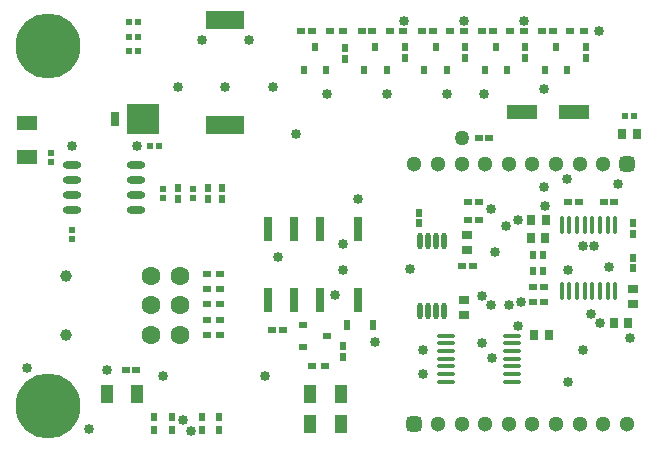
<source format=gts>
G04*
G04 #@! TF.GenerationSoftware,Altium Limited,Altium Designer,24.1.2 (44)*
G04*
G04 Layer_Color=8388736*
%FSLAX44Y44*%
%MOMM*%
G71*
G04*
G04 #@! TF.SameCoordinates,8940CB7B-32E8-470A-AB05-D825E909EC58*
G04*
G04*
G04 #@! TF.FilePolarity,Negative*
G04*
G01*
G75*
%ADD17R,0.8000X2.0000*%
%ADD18R,0.6000X0.7000*%
%ADD19R,0.7500X0.6000*%
%ADD20R,0.7000X0.6000*%
%ADD21R,2.5000X1.3000*%
%ADD22R,0.6250X0.8300*%
%ADD23R,0.6000X0.6400*%
%ADD24O,1.6000X0.3500*%
%ADD25R,0.9000X0.8000*%
%ADD26R,0.6000X0.7500*%
%ADD27R,0.5500X0.5400*%
%ADD28R,3.2000X1.6000*%
%ADD29R,0.5400X0.5500*%
%ADD30R,1.8000X1.3000*%
%ADD31R,2.6700X2.5400*%
%ADD32R,0.7620X1.2700*%
%ADD33O,1.5500X0.6000*%
%ADD34O,0.4500X1.4000*%
%ADD35R,0.8000X0.9000*%
%ADD36O,0.3500X1.6000*%
%ADD37R,1.0000X1.5500*%
%ADD38R,0.7500X0.8500*%
%ADD39C,1.3000*%
G04:AMPARAMS|DCode=40|XSize=1.3mm|YSize=1.3mm|CornerRadius=0.325mm|HoleSize=0mm|Usage=FLASHONLY|Rotation=180.000|XOffset=0mm|YOffset=0mm|HoleType=Round|Shape=RoundedRectangle|*
%AMROUNDEDRECTD40*
21,1,1.3000,0.6500,0,0,180.0*
21,1,0.6500,1.3000,0,0,180.0*
1,1,0.6500,-0.3250,0.3250*
1,1,0.6500,0.3250,0.3250*
1,1,0.6500,0.3250,-0.3250*
1,1,0.6500,-0.3250,-0.3250*
%
%ADD40ROUNDEDRECTD40*%
%ADD41C,5.5000*%
%ADD42C,1.6000*%
%ADD43C,1.0000*%
%ADD44C,0.8500*%
%ADD45C,1.2700*%
D17*
X297000Y185000D02*
D03*
X265000D02*
D03*
X243000D02*
D03*
X221000D02*
D03*
Y125000D02*
D03*
X243000D02*
D03*
X265000D02*
D03*
X297000D02*
D03*
D18*
X312000Y339000D02*
D03*
X321500Y319000D02*
D03*
X302500D02*
D03*
X337000Y329500D02*
D03*
Y338500D02*
D03*
X439000Y329500D02*
D03*
Y338500D02*
D03*
X414000Y339000D02*
D03*
X423500Y319000D02*
D03*
X404500D02*
D03*
X286000Y329000D02*
D03*
Y338000D02*
D03*
X261000Y339000D02*
D03*
X270500Y319000D02*
D03*
X251500D02*
D03*
X465000Y339000D02*
D03*
X474500Y319000D02*
D03*
X455500D02*
D03*
X490000Y329500D02*
D03*
Y338500D02*
D03*
X388000Y329500D02*
D03*
Y338500D02*
D03*
X363000Y339000D02*
D03*
X372500Y319000D02*
D03*
X353500D02*
D03*
X349000Y198500D02*
D03*
Y189500D02*
D03*
X182500Y219500D02*
D03*
Y210500D02*
D03*
X170000Y210500D02*
D03*
Y219500D02*
D03*
X145000Y210500D02*
D03*
Y219500D02*
D03*
X530000Y189500D02*
D03*
Y180500D02*
D03*
Y151500D02*
D03*
Y160500D02*
D03*
X285000Y76500D02*
D03*
Y85500D02*
D03*
D19*
X269750Y69000D02*
D03*
X258250D02*
D03*
X426250Y352000D02*
D03*
X437750D02*
D03*
X324250D02*
D03*
X335750D02*
D03*
X273500D02*
D03*
X285000D02*
D03*
X488750D02*
D03*
X477250D02*
D03*
X375250D02*
D03*
X386750D02*
D03*
X169250Y108000D02*
D03*
X180750D02*
D03*
X169250Y134000D02*
D03*
X180750D02*
D03*
X169250Y147000D02*
D03*
X180750D02*
D03*
Y95000D02*
D03*
X169250D02*
D03*
X180750Y121000D02*
D03*
X169250D02*
D03*
D20*
X402500Y352000D02*
D03*
X411500D02*
D03*
X300500D02*
D03*
X309500D02*
D03*
X258500D02*
D03*
X249500D02*
D03*
X271000Y94000D02*
D03*
X251000Y84500D02*
D03*
Y103500D02*
D03*
X233500Y99000D02*
D03*
X224500D02*
D03*
X453500Y352000D02*
D03*
X462500D02*
D03*
X351500D02*
D03*
X360500D02*
D03*
X445500Y136000D02*
D03*
X454500D02*
D03*
X445500Y123000D02*
D03*
X454500D02*
D03*
X390500Y192500D02*
D03*
X399500D02*
D03*
X394500Y153000D02*
D03*
X385500D02*
D03*
X399500Y207500D02*
D03*
X390500D02*
D03*
X399500Y262000D02*
D03*
X408500D02*
D03*
X475500Y207500D02*
D03*
X484500D02*
D03*
X514500D02*
D03*
X505500D02*
D03*
X100500Y65000D02*
D03*
X109500D02*
D03*
D21*
X436000Y284000D02*
D03*
X480000D02*
D03*
D22*
X310125Y103000D02*
D03*
X287875D02*
D03*
D23*
X445600Y149000D02*
D03*
X454400D02*
D03*
X445600Y162500D02*
D03*
X454400D02*
D03*
D24*
X372004Y94500D02*
D03*
Y88000D02*
D03*
Y81500D02*
D03*
Y75000D02*
D03*
Y68500D02*
D03*
Y62000D02*
D03*
Y55500D02*
D03*
X428004Y94500D02*
D03*
Y88000D02*
D03*
Y81500D02*
D03*
Y75000D02*
D03*
Y68500D02*
D03*
Y62000D02*
D03*
Y55500D02*
D03*
D25*
X387000Y124250D02*
D03*
Y111750D02*
D03*
X390000Y166750D02*
D03*
Y179250D02*
D03*
X530000Y133750D02*
D03*
Y121250D02*
D03*
D26*
X125000Y14250D02*
D03*
Y25750D02*
D03*
X180000Y14250D02*
D03*
Y25750D02*
D03*
X140000Y14250D02*
D03*
Y25750D02*
D03*
X165000Y14250D02*
D03*
Y25750D02*
D03*
D27*
X111400Y360000D02*
D03*
X103600D02*
D03*
X111400Y347500D02*
D03*
X103600D02*
D03*
X111400Y335000D02*
D03*
X103600D02*
D03*
X128900Y255000D02*
D03*
X121100D02*
D03*
X523600Y280000D02*
D03*
X531400D02*
D03*
D28*
X185000Y362000D02*
D03*
Y273000D02*
D03*
D29*
X157500Y211100D02*
D03*
Y218900D02*
D03*
X132500Y218900D02*
D03*
Y211100D02*
D03*
X37500Y241100D02*
D03*
Y248900D02*
D03*
X55000Y183900D02*
D03*
Y176100D02*
D03*
D30*
X17500Y274500D02*
D03*
Y245500D02*
D03*
D31*
X115000Y277500D02*
D03*
D32*
X91490D02*
D03*
D33*
X109500Y239050D02*
D03*
Y226350D02*
D03*
Y213650D02*
D03*
Y200950D02*
D03*
X55500D02*
D03*
Y213650D02*
D03*
Y226350D02*
D03*
Y239050D02*
D03*
D34*
X350250Y115500D02*
D03*
X356750D02*
D03*
X363250D02*
D03*
X369750D02*
D03*
X350250Y174500D02*
D03*
X356750D02*
D03*
X363250D02*
D03*
X369750D02*
D03*
D35*
X533750Y265000D02*
D03*
X521250D02*
D03*
X456250Y192500D02*
D03*
X443750D02*
D03*
X458750Y95000D02*
D03*
X446250D02*
D03*
D36*
X515250Y188000D02*
D03*
X508750D02*
D03*
X502250D02*
D03*
X495750D02*
D03*
X489250D02*
D03*
X482750D02*
D03*
X476250D02*
D03*
X469750D02*
D03*
X515250Y132000D02*
D03*
X508750D02*
D03*
X502250D02*
D03*
X495750D02*
D03*
X489250D02*
D03*
X482750D02*
D03*
X476250D02*
D03*
X469750D02*
D03*
D37*
X283000Y20000D02*
D03*
X257000D02*
D03*
X110500Y45000D02*
D03*
X84500D02*
D03*
X257000D02*
D03*
X283000D02*
D03*
D38*
X514000Y105000D02*
D03*
X526000D02*
D03*
X444000Y177500D02*
D03*
X456000D02*
D03*
D39*
X345000Y240000D02*
D03*
X365000D02*
D03*
X385000D02*
D03*
X505000D02*
D03*
X485000D02*
D03*
X465000D02*
D03*
X445000D02*
D03*
X425000D02*
D03*
X405000D02*
D03*
X525000Y20000D02*
D03*
X505000D02*
D03*
X485000D02*
D03*
X365000D02*
D03*
X385000D02*
D03*
X405000D02*
D03*
X425000D02*
D03*
X445000D02*
D03*
X465000D02*
D03*
D40*
X525000Y240000D02*
D03*
X345000Y20000D02*
D03*
D41*
X35000Y35000D02*
D03*
Y340000D02*
D03*
D42*
X146800Y95000D02*
D03*
Y120000D02*
D03*
Y145000D02*
D03*
X121800Y95000D02*
D03*
Y120000D02*
D03*
Y145000D02*
D03*
D43*
X50000D02*
D03*
Y95000D02*
D03*
D44*
X402000Y128000D02*
D03*
X352000Y62000D02*
D03*
X284856Y172250D02*
D03*
X297000Y210000D02*
D03*
X341000Y151000D02*
D03*
X271000Y299000D02*
D03*
X404000D02*
D03*
X438000Y361000D02*
D03*
X387000D02*
D03*
X336000D02*
D03*
X455000Y303000D02*
D03*
Y220000D02*
D03*
X402000Y88000D02*
D03*
X132023Y60023D02*
D03*
X312000Y89000D02*
D03*
X225000Y305000D02*
D03*
X245000Y265000D02*
D03*
X205000Y345000D02*
D03*
X185000Y305000D02*
D03*
X165000Y345000D02*
D03*
X145000Y305000D02*
D03*
X413000Y165000D02*
D03*
X219000Y60000D02*
D03*
X501000Y352000D02*
D03*
X456000Y204000D02*
D03*
X410000Y202000D02*
D03*
X423000Y187000D02*
D03*
X425000Y120000D02*
D03*
X230000Y161000D02*
D03*
X17000Y67000D02*
D03*
X85000Y65000D02*
D03*
X149000Y23000D02*
D03*
X156000Y14000D02*
D03*
X285000Y150000D02*
D03*
X352000Y82000D02*
D03*
X278000Y129000D02*
D03*
X502500Y105000D02*
D03*
X373000Y299000D02*
D03*
X322000D02*
D03*
X435000Y123000D02*
D03*
X432500Y102500D02*
D03*
X70000Y15000D02*
D03*
X110000Y255000D02*
D03*
X55000D02*
D03*
X410821Y75547D02*
D03*
X410000Y120000D02*
D03*
X474110Y226653D02*
D03*
X487500Y82500D02*
D03*
Y170000D02*
D03*
X475000Y55000D02*
D03*
Y150000D02*
D03*
X495000Y112500D02*
D03*
X497500Y170000D02*
D03*
X432500Y192500D02*
D03*
X527500Y92500D02*
D03*
X510000Y152500D02*
D03*
X517500Y222500D02*
D03*
D45*
X385000Y262000D02*
D03*
M02*

</source>
